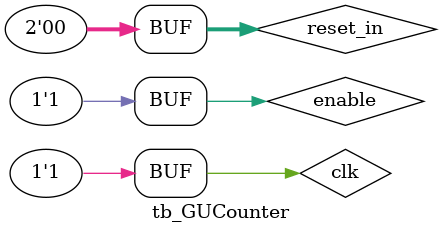
<source format=v>
module tb_GUCounter;
    // Testbench Parameters
    parameter BITS = 5; // 20-bit counter to check large values (up to 2^20-1)
    reg clk;
    reg [1:0] reset_in;
    reg enable;
    wire [BITS-1:0] count;

    // Instantiate the GUCounter
    GUCounter #(BITS) uut (
        .clk(clk),
        .reset_in(reset_in),
        .enable(enable),
        .count(count)
    );

    // Generate clock signal
    always begin
        clk = 0;
        #5 clk = 1;
        #5;
    end

    // Test procedure
    initial begin
        // Initialize inputs
        reset_in = 2'b00;
        enable = 0;
        
        // Apply reset once
        $display("Applying reset...");
        reset_in = 2'b10; // reset = 1, user_reset = 0
        #10;
        reset_in = 2'b00; // reset = 0, user_reset = 0

        // Enable counting
        $display("Starting to count...");
        enable = 1; // Enable the counter
        
        // Count indefinitely without finishing the simulation
        // Just continuously observe the count
        #1000000; // Simulate for a long period (1 million time units)
        
        // No $finish, so the simulation will continue
    end

    // Monitor signals
    initial begin
        $monitor("Time=%0t, Count=%d", $time, count);
    end
endmodule

</source>
